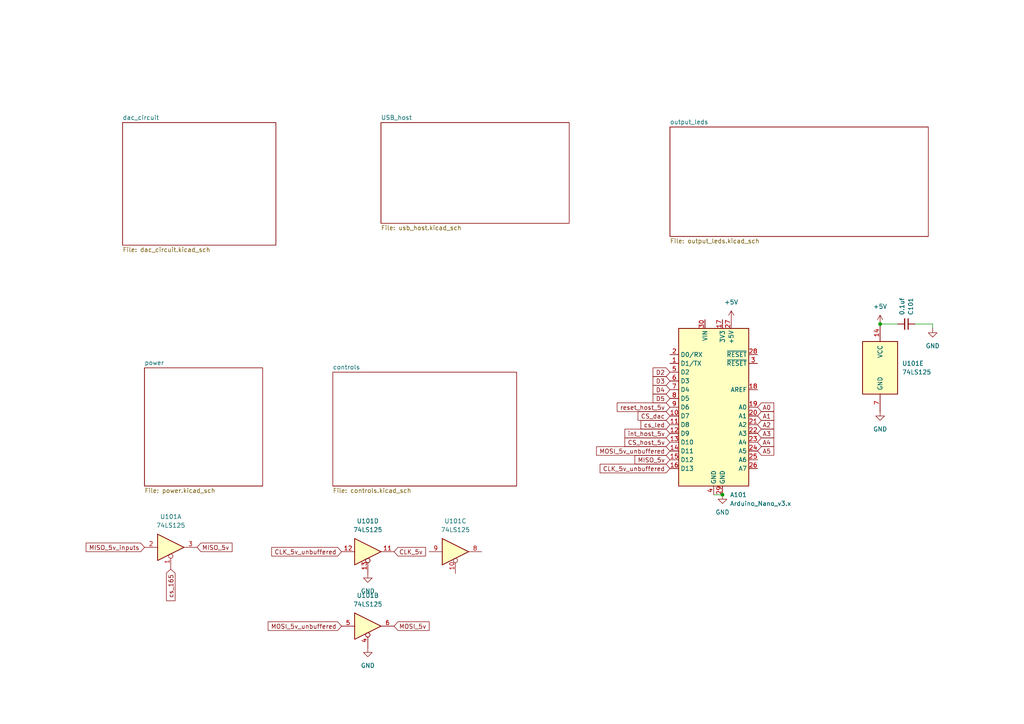
<source format=kicad_sch>
(kicad_sch (version 20250114) (generator "eeschema") (generator_version "9.0")
  (paper "A4")
  (lib_symbols
    (symbol "74xx:74LS125" (pin_names (offset 1.016))
      (property "Reference" "U" (at 0 1.27 0))
      (property "Value" "74LS125" (at 0 -1.27 0))
      (symbol "74LS125_1_0"
        (polyline (pts (xy -3.81 3.81) (xy -3.81 -3.81) (xy 3.81 0) (xy -3.81 3.81)) (stroke (width 0.254)) (fill (type background)))
        (pin input line (at -7.62 0 0) (length 3.81) (name "~") (number "2"))
        (pin input inverted (at 0 -6.35 90) (length 4.445) (name "~") (number "1"))
        (pin tri_state line (at 7.62 0 180) (length 3.81) (name "~") (number "3"))
      )
      (symbol "74LS125_2_0"
        (polyline (pts (xy -3.81 3.81) (xy -3.81 -3.81) (xy 3.81 0) (xy -3.81 3.81)) (stroke (width 0.254)) (fill (type background)))
        (pin input line (at -7.62 0 0) (length 3.81) (name "~") (number "5"))
        (pin input inverted (at 0 -6.35 90) (length 4.445) (name "~") (number "4"))
        (pin tri_state line (at 7.62 0 180) (length 3.81) (name "~") (number "6"))
      )
      (symbol "74LS125_3_0"
        (polyline (pts (xy -3.81 3.81) (xy -3.81 -3.81) (xy 3.81 0) (xy -3.81 3.81)) (stroke (width 0.254)) (fill (type background)))
        (pin input line (at -7.62 0 0) (length 3.81) (name "~") (number "9"))
        (pin input inverted (at 0 -6.35 90) (length 4.445) (name "~") (number "10"))
        (pin tri_state line (at 7.62 0 180) (length 3.81) (name "~") (number "8"))
      )
      (symbol "74LS125_4_0"
        (polyline (pts (xy -3.81 3.81) (xy -3.81 -3.81) (xy 3.81 0) (xy -3.81 3.81)) (stroke (width 0.254)) (fill (type background)))
        (pin input line (at -7.62 0 0) (length 3.81) (name "~") (number "12"))
        (pin input inverted (at 0 -6.35 90) (length 4.445) (name "~") (number "13"))
        (pin tri_state line (at 7.62 0 180) (length 3.81) (name "~") (number "11"))
      )
      (symbol "74LS125_5_0"
        (pin power_in line (at 0 12.7 270) (length 5.08) (name "VCC") (number "14"))
        (pin power_in line (at 0 -12.7 90) (length 5.08) (name "GND") (number "7"))
      )
      (symbol "74LS125_5_1"
        (rectangle (start -5.08 7.62) (end 5.08 -7.62) (stroke (width 0.254)) (fill (type background)))
      )
    )
    (symbol "Device:C_Small" (pin_numbers (hide yes)) (pin_names (offset 0.254) (hide yes))
      (property "Reference" "C" (at 0.254 1.778 0))
      (property "Value" "C_Small" (at 0.254 -2.032 0))
      (symbol "C_Small_0_1"
        (polyline (pts (xy -1.524 0.508) (xy 1.524 0.508)) (stroke (width 0.3048)))
        (polyline (pts (xy -1.524 -0.508) (xy 1.524 -0.508)) (stroke (width 0.3302)))
      )
      (symbol "C_Small_1_1"
        (pin passive line (at 0 2.54 270) (length 2.032) (name "~") (number "1"))
        (pin passive line (at 0 -2.54 90) (length 2.032) (name "~") (number "2"))
      )
    )
    (symbol "MCU_Module:Arduino_Nano_v3.x"
      (property "Reference" "A" (at -10.16 23.495 0))
      (property "Value" "Arduino_Nano_v3.x" (at 5.08 -24.13 0))
      (symbol "Arduino_Nano_v3.x_0_1"
        (rectangle (start -10.16 22.86) (end 10.16 -22.86) (stroke (width 0.254)) (fill (type background)))
      )
      (symbol "Arduino_Nano_v3.x_1_1"
        (pin bidirectional line (at -12.7 15.24 0) (length 2.54) (name "D0/RX") (number "2"))
        (pin bidirectional line (at -12.7 12.7 0) (length 2.54) (name "D1/TX") (number "1"))
        (pin bidirectional line (at -12.7 10.16 0) (length 2.54) (name "D2") (number "5"))
        (pin bidirectional line (at -12.7 7.62 0) (length 2.54) (name "D3") (number "6"))
        (pin bidirectional line (at -12.7 5.08 0) (length 2.54) (name "D4") (number "7"))
        (pin bidirectional line (at -12.7 2.54 0) (length 2.54) (name "D5") (number "8"))
        (pin bidirectional line (at -12.7 0 0) (length 2.54) (name "D6") (number "9"))
        (pin bidirectional line (at -12.7 -2.54 0) (length 2.54) (name "D7") (number "10"))
        (pin bidirectional line (at -12.7 -5.08 0) (length 2.54) (name "D8") (number "11"))
        (pin bidirectional line (at -12.7 -7.62 0) (length 2.54) (name "D9") (number "12"))
        (pin bidirectional line (at -12.7 -10.16 0) (length 2.54) (name "D10") (number "13"))
        (pin bidirectional line (at -12.7 -12.7 0) (length 2.54) (name "D11") (number "14"))
        (pin bidirectional line (at -12.7 -15.24 0) (length 2.54) (name "D12") (number "15"))
        (pin bidirectional line (at -12.7 -17.78 0) (length 2.54) (name "D13") (number "16"))
        (pin power_in line (at -2.54 25.4 270) (length 2.54) (name "VIN") (number "30"))
        (pin power_in line (at 0 -25.4 90) (length 2.54) (name "GND") (number "4"))
        (pin power_out line (at 2.54 25.4 270) (length 2.54) (name "3V3") (number "17"))
        (pin power_in line (at 2.54 -25.4 90) (length 2.54) (name "GND") (number "29"))
        (pin power_out line (at 5.08 25.4 270) (length 2.54) (name "+5V") (number "27"))
        (pin input line (at 12.7 15.24 180) (length 2.54) (name "~{RESET}") (number "28"))
        (pin input line (at 12.7 12.7 180) (length 2.54) (name "~{RESET}") (number "3"))
        (pin input line (at 12.7 5.08 180) (length 2.54) (name "AREF") (number "18"))
        (pin bidirectional line (at 12.7 0 180) (length 2.54) (name "A0") (number "19"))
        (pin bidirectional line (at 12.7 -2.54 180) (length 2.54) (name "A1") (number "20"))
        (pin bidirectional line (at 12.7 -5.08 180) (length 2.54) (name "A2") (number "21"))
        (pin bidirectional line (at 12.7 -7.62 180) (length 2.54) (name "A3") (number "22"))
        (pin bidirectional line (at 12.7 -10.16 180) (length 2.54) (name "A4") (number "23"))
        (pin bidirectional line (at 12.7 -12.7 180) (length 2.54) (name "A5") (number "24"))
        (pin bidirectional line (at 12.7 -15.24 180) (length 2.54) (name "A6") (number "25"))
        (pin bidirectional line (at 12.7 -17.78 180) (length 2.54) (name "A7") (number "26"))
      )
    )
    (symbol "power:+5V" (power) (pin_numbers (hide yes)) (pin_names (offset 0) (hide yes))
      (property "Value" "+5V" (at 0 3.556 0))
      (symbol "+5V_0_1"
        (polyline (pts (xy -0.762 1.27) (xy 0 2.54)))
        (polyline (pts (xy 0 2.54) (xy 0.762 1.27)))
        (polyline (pts (xy 0 0) (xy 0 2.54)))
      )
      (symbol "+5V_1_1"
        (pin power_in line (at 0 0 90) (length 0) (name "~") (number "1"))
      )
    )
    (symbol "power:GND" (power) (pin_numbers (hide yes)) (pin_names (offset 0) (hide yes))
      (property "Value" "GND" (at 0 -3.81 0))
      (symbol "GND_0_1"
        (polyline (pts (xy 0 0) (xy 0 -1.27) (xy 1.27 -1.27) (xy 0 -2.54) (xy -1.27 -1.27) (xy 0 -1.27)))
      )
      (symbol "GND_1_1"
        (pin power_in line (at 0 0 270) (length 0) (name "~") (number "1"))
      )
    )
  )
  (junction (at 209.55 143.51))
  (junction (at 255.27 93.98))
  (wire (pts (xy 270.51 95.25) (xy 270.51 93.98)))
  (wire (pts (xy 255.27 93.98) (xy 260.35 93.98)))
  (wire (pts (xy 207.01 143.51) (xy 209.55 143.51)))
  (wire (pts (xy 270.51 93.98) (xy 265.43 93.98)))
  (global_label "D3" (shape input) (at 194.31 110.49 180) (property "Intersheetrefs" "${INTERSHEET_REFS}" (effects (hide yes))))
  (global_label "cs_led" (shape input) (at 194.31 123.19 180) (property "Intersheetrefs" "${INTERSHEET_REFS}" (effects (hide yes))))
  (global_label "A3" (shape input) (at 219.71 125.73 0) (property "Intersheetrefs" "${INTERSHEET_REFS}" (effects (hide yes))))
  (global_label "MOSI_5v" (shape input) (at 114.3 181.61 0) (property "Intersheetrefs" "${INTERSHEET_REFS}" (effects (hide yes))))
  (global_label "CLK_5v_unbuffered" (shape input) (at 194.31 135.89 180) (property "Intersheetrefs" "${INTERSHEET_REFS}" (effects (hide yes))))
  (global_label "D5" (shape input) (at 194.31 115.57 180) (property "Intersheetrefs" "${INTERSHEET_REFS}" (effects (hide yes))))
  (global_label "A2" (shape input) (at 219.71 123.19 0) (property "Intersheetrefs" "${INTERSHEET_REFS}" (effects (hide yes))))
  (global_label "CLK_5v" (shape input) (at 114.3 160.02 0) (property "Intersheetrefs" "${INTERSHEET_REFS}" (effects (hide yes))))
  (global_label "CS_host_5v" (shape input) (at 194.31 128.27 180) (property "Intersheetrefs" "${INTERSHEET_REFS}" (effects (hide yes))))
  (global_label "MISO_5v_inputs" (shape input) (at 41.91 158.75 180) (property "Intersheetrefs" "${INTERSHEET_REFS}" (effects (hide yes))))
  (global_label "MOSI_5v_unbuffered" (shape input) (at 99.06 181.61 180) (property "Intersheetrefs" "${INTERSHEET_REFS}" (effects (hide yes))))
  (global_label "MISO_5v" (shape input) (at 194.31 133.35 180) (property "Intersheetrefs" "${INTERSHEET_REFS}" (effects (hide yes))))
  (global_label "reset_host_5v" (shape input) (at 194.31 118.11 180) (property "Intersheetrefs" "${INTERSHEET_REFS}" (effects (hide yes))))
  (global_label "MOSI_5v_unbuffered" (shape input) (at 194.31 130.81 180) (property "Intersheetrefs" "${INTERSHEET_REFS}" (effects (hide yes))))
  (global_label "CS_dac" (shape input) (at 194.31 120.65 180) (property "Intersheetrefs" "${INTERSHEET_REFS}" (effects (hide yes))))
  (global_label "cs_165" (shape input) (at 49.53 165.1 270) (property "Intersheetrefs" "${INTERSHEET_REFS}" (effects (hide yes))))
  (global_label "D4" (shape input) (at 194.31 113.03 180) (property "Intersheetrefs" "${INTERSHEET_REFS}" (effects (hide yes))))
  (global_label "int_host_5v" (shape input) (at 194.31 125.73 180) (property "Intersheetrefs" "${INTERSHEET_REFS}" (effects (hide yes))))
  (global_label "MISO_5v" (shape input) (at 57.15 158.75 0) (property "Intersheetrefs" "${INTERSHEET_REFS}" (effects (hide yes))))
  (global_label "A5" (shape input) (at 219.71 130.81 0) (property "Intersheetrefs" "${INTERSHEET_REFS}" (effects (hide yes))))
  (global_label "A1" (shape input) (at 219.71 120.65 0) (property "Intersheetrefs" "${INTERSHEET_REFS}" (effects (hide yes))))
  (global_label "A4" (shape input) (at 219.71 128.27 0) (property "Intersheetrefs" "${INTERSHEET_REFS}" (effects (hide yes))))
  (global_label "A0" (shape input) (at 219.71 118.11 0) (property "Intersheetrefs" "${INTERSHEET_REFS}" (effects (hide yes))))
  (global_label "CLK_5v_unbuffered" (shape input) (at 99.06 160.02 180) (property "Intersheetrefs" "${INTERSHEET_REFS}" (effects (hide yes))))
  (global_label "D2" (shape input) (at 194.31 107.95 180) (property "Intersheetrefs" "${INTERSHEET_REFS}" (effects (hide yes))))
  (symbol (lib_id "power:GND") (at 106.68 166.37 0) (unit 1)
    (property "Reference" "#PWR0106" (effects (hide yes)))
    (property "Value" "GND" (at 106.68 171.45 0))
    (property "Description" "Power symbol creates a global label with name \"GND\" , ground" (effects (hide yes)))
  )
  (symbol (lib_id "power:+5V") (at 212.09 92.71 0) (unit 1)
    (property "Reference" "#PWR0102" (effects (hide yes)))
    (property "Value" "+5V" (at 212.09 87.63 0))
    (property "Description" "Power symbol creates a global label with name \"+5V\"" (effects (hide yes)))
  )
  (symbol (lib_id "MCU_Module:Arduino_Nano_v3.x") (at 207.01 118.11 0) (unit 1)
    (property "Reference" "A101" (at 211.6933 143.51 0) (effects (justify left)))
    (property "Value" "Arduino_Nano_v3.x" (at 211.6933 146.05 0) (effects (justify left)))
    (property "Footprint" "Module:Arduino_Nano" (effects (hide yes)))
    (property "Datasheet" "http://www.mouser.com/pdfdocs/Gravitech_Arduino_Nano3_0.pdf" (effects (hide yes)))
    (property "Description" "Arduino Nano v3.x" (effects (hide yes)))
  )
  (symbol (lib_id "74xx:74LS125") (at 106.68 181.61 0) (unit 2)
    (property "Reference" "U101" (at 106.68 172.72 0))
    (property "Value" "74LS125" (at 106.68 175.26 0))
    (property "Footprint" "Package_SO:SO-14_3.9x8.65mm_P1.27mm" (effects (hide yes)))
    (property "Datasheet" "http://www.ti.com/lit/gpn/sn74LS125" (effects (hide yes)))
    (property "Description" "Quad buffer 3-State outputs" (effects (hide yes)))
  )
  (symbol (lib_id "74xx:74LS125") (at 132.08 160.02 0) (unit 3)
    (property "Reference" "U101" (at 132.08 151.13 0))
    (property "Value" "74LS125" (at 132.08 153.67 0))
    (property "Footprint" "Package_SO:SO-14_3.9x8.65mm_P1.27mm" (effects (hide yes)))
    (property "Datasheet" "http://www.ti.com/lit/gpn/sn74LS125" (effects (hide yes)))
    (property "Description" "Quad buffer 3-State outputs" (effects (hide yes)))
  )
  (symbol (lib_id "74xx:74LS125") (at 255.27 106.68 0) (unit 5)
    (property "Reference" "U101" (at 261.62 105.4099 0) (effects (justify left)))
    (property "Value" "74LS125" (at 261.62 107.9499 0) (effects (justify left)))
    (property "Footprint" "Package_SO:SO-14_3.9x8.65mm_P1.27mm" (effects (hide yes)))
    (property "Datasheet" "http://www.ti.com/lit/gpn/sn74LS125" (effects (hide yes)))
    (property "Description" "Quad buffer 3-State outputs" (effects (hide yes)))
  )
  (symbol (lib_id "power:GND") (at 209.55 143.51 0) (unit 1)
    (property "Reference" "#PWR0101" (effects (hide yes)))
    (property "Value" "GND" (at 209.55 148.59 0))
    (property "Description" "Power symbol creates a global label with name \"GND\" , ground" (effects (hide yes)))
  )
  (symbol (lib_id "power:GND") (at 106.68 187.96 0) (unit 1)
    (property "Reference" "#PWR0107" (effects (hide yes)))
    (property "Value" "GND" (at 106.68 193.04 0))
    (property "Description" "Power symbol creates a global label with name \"GND\" , ground" (effects (hide yes)))
  )
  (symbol (lib_id "74xx:74LS125") (at 106.68 160.02 0) (unit 4)
    (property "Reference" "U101" (at 106.68 151.13 0))
    (property "Value" "74LS125" (at 106.68 153.67 0))
    (property "Footprint" "Package_SO:SO-14_3.9x8.65mm_P1.27mm" (effects (hide yes)))
    (property "Datasheet" "http://www.ti.com/lit/gpn/sn74LS125" (effects (hide yes)))
    (property "Description" "Quad buffer 3-State outputs" (effects (hide yes)))
  )
  (symbol (lib_id "Device:C_Small") (at 262.89 93.98 270) (unit 1)
    (property "Reference" "C101" (at 264.1538 91.44 0) (effects (justify right)))
    (property "Value" "0.1uf" (at 261.6138 91.44 0) (effects (justify right)))
    (property "Footprint" "Capacitor_SMD:C_0805_2012Metric_Pad1.18x1.45mm_HandSolder" (effects (hide yes)))
    (property "Description" "Unpolarized capacitor, small symbol" (effects (hide yes)))
  )
  (symbol (lib_id "power:GND") (at 270.51 95.25 0) (unit 1)
    (property "Reference" "#PWR0105" (effects (hide yes)))
    (property "Value" "GND" (at 270.51 100.33 0))
    (property "Description" "Power symbol creates a global label with name \"GND\" , ground" (effects (hide yes)))
  )
  (symbol (lib_id "power:GND") (at 255.27 119.38 0) (unit 1)
    (property "Reference" "#PWR0104" (effects (hide yes)))
    (property "Value" "GND" (at 255.27 124.46 0))
    (property "Description" "Power symbol creates a global label with name \"GND\" , ground" (effects (hide yes)))
  )
  (symbol (lib_id "power:+5V") (at 255.27 93.98 0) (unit 1)
    (property "Reference" "#PWR0103" (effects (hide yes)))
    (property "Value" "+5V" (at 255.27 88.9 0))
    (property "Description" "Power symbol creates a global label with name \"+5V\"" (effects (hide yes)))
  )
  (symbol (lib_id "74xx:74LS125") (at 49.53 158.75 0) (unit 1)
    (property "Reference" "U101" (at 49.53 149.86 0))
    (property "Value" "74LS125" (at 49.53 152.4 0))
    (property "Footprint" "Package_SO:SO-14_3.9x8.65mm_P1.27mm" (effects (hide yes)))
    (property "Datasheet" "http://www.ti.com/lit/gpn/sn74LS125" (effects (hide yes)))
    (property "Description" "Quad buffer 3-State outputs" (effects (hide yes)))
  )
  (sheet (at 35.56 35.56) (size 44.45 35.56) (stroke (width 0.1524))
    (property "Sheetname" "dac_circuit" (at 35.56 34.8484 0) (effects (justify left bottom)))
    (property "Sheetfile" "dac_circuit.kicad_sch" (at 35.56 71.7046 0) (effects (justify left top)))
  )
  (sheet (at 110.49 35.56) (size 54.61 29.21) (stroke (width 0.1524))
    (property "Sheetname" "USB_host" (at 110.49 34.8484 0) (effects (justify left bottom)))
    (property "Sheetfile" "usb_host.kicad_sch" (at 110.49 65.3546 0) (effects (justify left top)))
  )
  (sheet (at 96.52 107.95) (size 53.34 33.02) (stroke (width 0.1524))
    (property "Sheetname" "controls" (at 96.52 107.2384 0) (effects (justify left bottom)))
    (property "Sheetfile" "controls.kicad_sch" (at 96.52 141.5546 0) (effects (justify left top)))
  )
  (sheet (at 41.91 106.68) (size 34.29 34.29) (stroke (width 0.1524))
    (property "Sheetname" "power" (at 41.91 105.9684 0) (effects (justify left bottom)))
    (property "Sheetfile" "power.kicad_sch" (at 41.91 141.5546 0) (effects (justify left top)))
  )
  (sheet (at 194.31 36.83) (size 74.93 31.75) (stroke (width 0.1524))
    (property "Sheetname" "output_leds" (at 194.31 36.1184 0) (effects (justify left bottom)))
    (property "Sheetfile" "output_leds.kicad_sch" (at 194.31 69.1646 0) (effects (justify left top)))
  )
)
</source>
